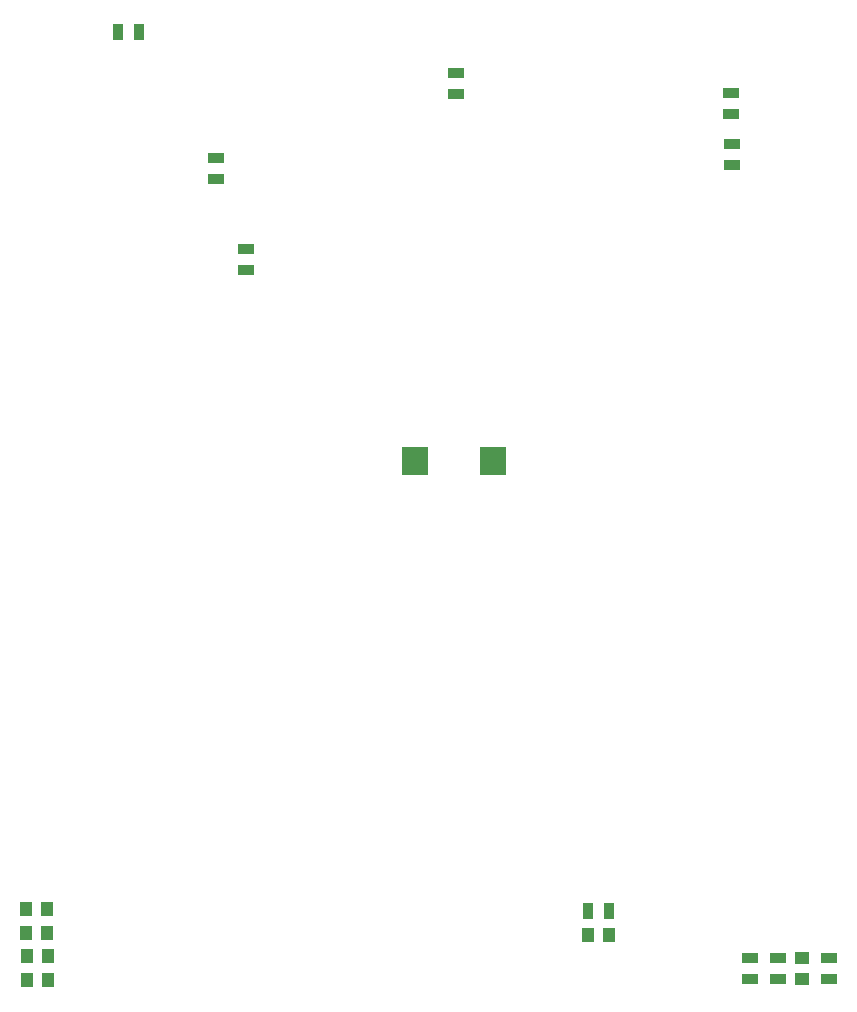
<source format=gbp>
G04*
G04 #@! TF.GenerationSoftware,Altium Limited,Altium Designer,21.0.9 (235)*
G04*
G04 Layer_Color=128*
%FSLAX25Y25*%
%MOIN*%
G70*
G04*
G04 #@! TF.SameCoordinates,A9EE82D5-5453-4621-884F-38B111DD7A68*
G04*
G04*
G04 #@! TF.FilePolarity,Positive*
G04*
G01*
G75*
%ADD18R,0.04016X0.05000*%
%ADD19R,0.03701X0.05315*%
%ADD51R,0.05315X0.03701*%
%ADD52R,0.05000X0.04016*%
%ADD53R,0.08504X0.09488*%
D18*
X406338Y368122D02*
D03*
X413346D02*
D03*
X413442Y344321D02*
D03*
X406435D02*
D03*
X406338Y360230D02*
D03*
X413346D02*
D03*
X413442Y352323D02*
D03*
X406434D02*
D03*
X600635Y359473D02*
D03*
X593627D02*
D03*
D19*
X436876Y660380D02*
D03*
X443884D02*
D03*
X593627Y367399D02*
D03*
X600635D02*
D03*
D51*
X673800Y344896D02*
D03*
Y351904D02*
D03*
X641411Y616043D02*
D03*
Y623051D02*
D03*
X641241Y633051D02*
D03*
Y640058D02*
D03*
X549478Y646796D02*
D03*
Y639788D02*
D03*
X479489Y588030D02*
D03*
Y581023D02*
D03*
X469478Y618323D02*
D03*
Y611315D02*
D03*
X647500Y351904D02*
D03*
Y344896D02*
D03*
X656700Y344796D02*
D03*
Y351804D02*
D03*
D52*
X664855Y351823D02*
D03*
Y344815D02*
D03*
D53*
X535885Y517552D02*
D03*
X561909D02*
D03*
M02*

</source>
